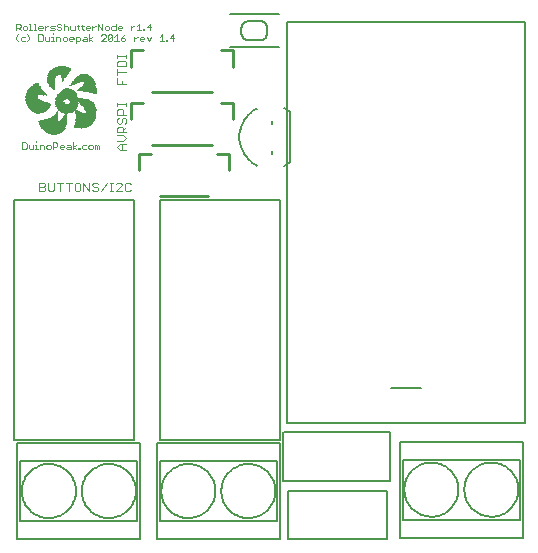
<source format=gto>
G75*
G70*
%OFA0B0*%
%FSLAX24Y24*%
%IPPOS*%
%LPD*%
%AMOC8*
5,1,8,0,0,1.08239X$1,22.5*
%
%ADD10C,0.0020*%
%ADD11C,0.0030*%
%ADD12C,0.0050*%
%ADD13C,0.0080*%
%ADD14C,0.0060*%
%ADD15C,0.0100*%
%ADD16R,0.0144X0.0008*%
%ADD17R,0.0168X0.0008*%
%ADD18R,0.0304X0.0008*%
%ADD19R,0.0336X0.0008*%
%ADD20R,0.0408X0.0008*%
%ADD21R,0.0424X0.0008*%
%ADD22R,0.0456X0.0008*%
%ADD23R,0.0472X0.0008*%
%ADD24R,0.0512X0.0008*%
%ADD25R,0.0536X0.0008*%
%ADD26R,0.0560X0.0008*%
%ADD27R,0.0576X0.0008*%
%ADD28R,0.0600X0.0008*%
%ADD29R,0.0616X0.0008*%
%ADD30R,0.0640X0.0008*%
%ADD31R,0.0648X0.0008*%
%ADD32R,0.0656X0.0008*%
%ADD33R,0.0672X0.0008*%
%ADD34R,0.0688X0.0008*%
%ADD35R,0.0712X0.0008*%
%ADD36R,0.0720X0.0008*%
%ADD37R,0.0736X0.0008*%
%ADD38R,0.0736X0.0008*%
%ADD39R,0.0752X0.0008*%
%ADD40R,0.0760X0.0008*%
%ADD41R,0.0768X0.0008*%
%ADD42R,0.0776X0.0008*%
%ADD43R,0.0008X0.0008*%
%ADD44R,0.0792X0.0008*%
%ADD45R,0.0112X0.0008*%
%ADD46R,0.0800X0.0008*%
%ADD47R,0.0256X0.0008*%
%ADD48R,0.0816X0.0008*%
%ADD49R,0.0016X0.0008*%
%ADD50R,0.0328X0.0008*%
%ADD51R,0.0400X0.0008*%
%ADD52R,0.0824X0.0008*%
%ADD53R,0.0432X0.0008*%
%ADD54R,0.0832X0.0008*%
%ADD55R,0.0440X0.0008*%
%ADD56R,0.0840X0.0008*%
%ADD57R,0.0464X0.0008*%
%ADD58R,0.0840X0.0008*%
%ADD59R,0.0480X0.0008*%
%ADD60R,0.0856X0.0008*%
%ADD61R,0.0504X0.0008*%
%ADD62R,0.0856X0.0008*%
%ADD63R,0.0864X0.0008*%
%ADD64R,0.0528X0.0008*%
%ADD65R,0.0864X0.0008*%
%ADD66R,0.0528X0.0008*%
%ADD67R,0.0880X0.0008*%
%ADD68R,0.0544X0.0008*%
%ADD69R,0.0888X0.0008*%
%ADD70R,0.0552X0.0008*%
%ADD71R,0.0896X0.0008*%
%ADD72R,0.0560X0.0008*%
%ADD73R,0.0896X0.0008*%
%ADD74R,0.0904X0.0008*%
%ADD75R,0.0904X0.0008*%
%ADD76R,0.0568X0.0008*%
%ADD77R,0.0912X0.0008*%
%ADD78R,0.0576X0.0008*%
%ADD79R,0.0912X0.0008*%
%ADD80R,0.0584X0.0008*%
%ADD81R,0.0928X0.0008*%
%ADD82R,0.0592X0.0008*%
%ADD83R,0.0928X0.0008*%
%ADD84R,0.0600X0.0008*%
%ADD85R,0.0936X0.0008*%
%ADD86R,0.0944X0.0008*%
%ADD87R,0.0608X0.0008*%
%ADD88R,0.0944X0.0008*%
%ADD89R,0.0608X0.0008*%
%ADD90R,0.0616X0.0008*%
%ADD91R,0.0624X0.0008*%
%ADD92R,0.0688X0.0008*%
%ADD93R,0.0224X0.0008*%
%ADD94R,0.0608X0.0008*%
%ADD95R,0.0216X0.0008*%
%ADD96R,0.0624X0.0008*%
%ADD97R,0.0592X0.0008*%
%ADD98R,0.0200X0.0008*%
%ADD99R,0.0632X0.0008*%
%ADD100R,0.0192X0.0008*%
%ADD101R,0.0640X0.0008*%
%ADD102R,0.0448X0.0008*%
%ADD103R,0.0184X0.0008*%
%ADD104R,0.0176X0.0008*%
%ADD105R,0.0408X0.0008*%
%ADD106R,0.0176X0.0008*%
%ADD107R,0.0648X0.0008*%
%ADD108R,0.0384X0.0008*%
%ADD109R,0.0168X0.0008*%
%ADD110R,0.0648X0.0008*%
%ADD111R,0.0160X0.0008*%
%ADD112R,0.0656X0.0008*%
%ADD113R,0.0320X0.0008*%
%ADD114R,0.0152X0.0008*%
%ADD115R,0.0304X0.0008*%
%ADD116R,0.0272X0.0008*%
%ADD117R,0.0144X0.0008*%
%ADD118R,0.0648X0.0008*%
%ADD119R,0.0264X0.0008*%
%ADD120R,0.0136X0.0008*%
%ADD121R,0.0656X0.0008*%
%ADD122R,0.0128X0.0008*%
%ADD123R,0.0128X0.0008*%
%ADD124R,0.0208X0.0008*%
%ADD125R,0.0120X0.0008*%
%ADD126R,0.0664X0.0008*%
%ADD127R,0.0200X0.0008*%
%ADD128R,0.0120X0.0008*%
%ADD129R,0.0664X0.0008*%
%ADD130R,0.0112X0.0008*%
%ADD131R,0.0160X0.0008*%
%ADD132R,0.0104X0.0008*%
%ADD133R,0.0128X0.0008*%
%ADD134R,0.0096X0.0008*%
%ADD135R,0.0672X0.0008*%
%ADD136R,0.0088X0.0008*%
%ADD137R,0.0112X0.0008*%
%ADD138R,0.0080X0.0008*%
%ADD139R,0.0680X0.0008*%
%ADD140R,0.0080X0.0008*%
%ADD141R,0.0680X0.0008*%
%ADD142R,0.0096X0.0008*%
%ADD143R,0.0088X0.0008*%
%ADD144R,0.0072X0.0008*%
%ADD145R,0.0064X0.0008*%
%ADD146R,0.0072X0.0008*%
%ADD147R,0.0064X0.0008*%
%ADD148R,0.0056X0.0008*%
%ADD149R,0.0016X0.0008*%
%ADD150R,0.0048X0.0008*%
%ADD151R,0.0264X0.0008*%
%ADD152R,0.0384X0.0008*%
%ADD153R,0.0048X0.0008*%
%ADD154R,0.0040X0.0008*%
%ADD155R,0.0240X0.0008*%
%ADD156R,0.0360X0.0008*%
%ADD157R,0.0152X0.0008*%
%ADD158R,0.0032X0.0008*%
%ADD159R,0.0232X0.0008*%
%ADD160R,0.0352X0.0008*%
%ADD161R,0.0008X0.0008*%
%ADD162R,0.0024X0.0008*%
%ADD163R,0.0232X0.0008*%
%ADD164R,0.0352X0.0008*%
%ADD165R,0.0280X0.0008*%
%ADD166R,0.0024X0.0008*%
%ADD167R,0.0344X0.0008*%
%ADD168R,0.0312X0.0008*%
%ADD169R,0.0320X0.0008*%
%ADD170R,0.0176X0.0008*%
%ADD171R,0.0344X0.0008*%
%ADD172R,0.0336X0.0008*%
%ADD173R,0.0352X0.0008*%
%ADD174R,0.0360X0.0008*%
%ADD175R,0.0376X0.0008*%
%ADD176R,0.0416X0.0008*%
%ADD177R,0.0136X0.0008*%
%ADD178R,0.0416X0.0008*%
%ADD179R,0.0464X0.0008*%
%ADD180R,0.0472X0.0008*%
%ADD181R,0.0488X0.0008*%
%ADD182R,0.0504X0.0008*%
%ADD183R,0.0512X0.0008*%
%ADD184R,0.0520X0.0008*%
%ADD185R,0.0368X0.0008*%
%ADD186R,0.0624X0.0008*%
%ADD187R,0.0376X0.0008*%
%ADD188R,0.0592X0.0008*%
%ADD189R,0.0608X0.0008*%
%ADD190R,0.0616X0.0008*%
%ADD191R,0.0384X0.0008*%
%ADD192R,0.0632X0.0008*%
%ADD193R,0.0632X0.0008*%
%ADD194R,0.0392X0.0008*%
%ADD195R,0.0664X0.0008*%
%ADD196R,0.0392X0.0008*%
%ADD197R,0.0688X0.0008*%
%ADD198R,0.0704X0.0008*%
%ADD199R,0.0400X0.0008*%
%ADD200R,0.0728X0.0008*%
%ADD201R,0.0696X0.0008*%
%ADD202R,0.0712X0.0008*%
%ADD203R,0.0408X0.0008*%
%ADD204R,0.0744X0.0008*%
%ADD205R,0.0712X0.0008*%
%ADD206R,0.0416X0.0008*%
%ADD207R,0.0760X0.0008*%
%ADD208R,0.0728X0.0008*%
%ADD209R,0.0432X0.0008*%
%ADD210R,0.0776X0.0008*%
%ADD211R,0.0432X0.0008*%
%ADD212R,0.0784X0.0008*%
%ADD213R,0.0744X0.0008*%
%ADD214R,0.0432X0.0008*%
%ADD215R,0.0744X0.0008*%
%ADD216R,0.0440X0.0008*%
%ADD217R,0.0800X0.0008*%
%ADD218R,0.0816X0.0008*%
%ADD219R,0.0336X0.0008*%
%ADD220R,0.0784X0.0008*%
%ADD221R,0.0336X0.0008*%
%ADD222R,0.0312X0.0008*%
%ADD223R,0.0736X0.0008*%
%ADD224R,0.0296X0.0008*%
%ADD225R,0.0728X0.0008*%
%ADD226R,0.0288X0.0008*%
%ADD227R,0.0448X0.0008*%
%ADD228R,0.0280X0.0008*%
%ADD229R,0.0448X0.0008*%
%ADD230R,0.0288X0.0008*%
%ADD231R,0.0304X0.0008*%
%ADD232R,0.0288X0.0008*%
%ADD233R,0.0296X0.0008*%
%ADD234R,0.0712X0.0008*%
%ADD235R,0.0296X0.0008*%
%ADD236R,0.0696X0.0008*%
%ADD237R,0.0520X0.0008*%
%ADD238R,0.0672X0.0008*%
%ADD239R,0.0512X0.0008*%
%ADD240R,0.0496X0.0008*%
%ADD241R,0.0464X0.0008*%
%ADD242R,0.0592X0.0008*%
%ADD243R,0.0368X0.0008*%
%ADD244R,0.0728X0.0008*%
%ADD245R,0.0720X0.0008*%
%ADD246R,0.0392X0.0008*%
%ADD247R,0.0704X0.0008*%
%ADD248R,0.0384X0.0008*%
%ADD249R,0.0032X0.0008*%
%ADD250R,0.0424X0.0008*%
%ADD251R,0.0024X0.0008*%
%ADD252R,0.0032X0.0008*%
%ADD253R,0.0584X0.0008*%
%ADD254R,0.0584X0.0008*%
%ADD255R,0.0528X0.0008*%
%ADD256R,0.0584X0.0008*%
%ADD257R,0.0248X0.0008*%
%ADD258R,0.0568X0.0008*%
%ADD259R,0.0488X0.0008*%
%ADD260R,0.0472X0.0008*%
%ADD261R,0.0544X0.0008*%
%ADD262R,0.0448X0.0008*%
%ADD263R,0.0552X0.0008*%
%ADD264R,0.0496X0.0008*%
%ADD265R,0.0352X0.0008*%
%ADD266R,0.0024X0.0008*%
%ADD267R,0.0256X0.0008*%
%ADD268R,0.0456X0.0008*%
%ADD269R,0.0216X0.0008*%
%ADD270R,0.0048X0.0008*%
%ADD271R,0.0392X0.0008*%
%ADD272R,0.0552X0.0008*%
%ADD273R,0.0536X0.0008*%
%ADD274R,0.0504X0.0008*%
%ADD275R,0.0488X0.0008*%
%ADD276R,0.0488X0.0008*%
%ADD277R,0.0168X0.0008*%
%ADD278R,0.0232X0.0008*%
%ADD279R,0.0040X0.0008*%
%ADD280R,0.0184X0.0008*%
%ADD281R,0.0408X0.0008*%
%ADD282R,0.0152X0.0008*%
%ADD283R,0.0136X0.0008*%
%ADD284R,0.0128X0.0008*%
%ADD285R,0.0376X0.0008*%
%ADD286R,0.0224X0.0008*%
%ADD287R,0.0168X0.0008*%
%ADD288R,0.0016X0.0008*%
%ADD289R,0.0176X0.0008*%
%ADD290R,0.0248X0.0008*%
%ADD291R,0.0240X0.0008*%
%ADD292R,0.0248X0.0008*%
%ADD293R,0.0256X0.0008*%
%ADD294R,0.0312X0.0008*%
%ADD295R,0.0368X0.0008*%
%ADD296R,0.0008X0.0008*%
%ADD297R,0.0696X0.0008*%
%ADD298R,0.0264X0.0008*%
%ADD299R,0.0016X0.0008*%
%ADD300R,0.0696X0.0008*%
%ADD301R,0.0272X0.0008*%
%ADD302R,0.0272X0.0008*%
%ADD303R,0.0056X0.0008*%
%ADD304R,0.0288X0.0008*%
%ADD305R,0.0112X0.0008*%
%ADD306R,0.0472X0.0008*%
%ADD307R,0.0464X0.0008*%
%ADD308R,0.0152X0.0008*%
%ADD309R,0.0208X0.0008*%
%ADD310R,0.0304X0.0008*%
%ADD311R,0.0248X0.0008*%
%ADD312R,0.0192X0.0008*%
%ADD313R,0.0632X0.0008*%
%ADD314R,0.0048X0.0008*%
D10*
X004970Y013276D02*
X005080Y013276D01*
X005116Y013312D01*
X005116Y013459D01*
X005080Y013496D01*
X004970Y013496D01*
X004970Y013276D01*
X005191Y013312D02*
X005227Y013276D01*
X005337Y013276D01*
X005337Y013422D01*
X005411Y013422D02*
X005448Y013422D01*
X005448Y013276D01*
X005411Y013276D02*
X005485Y013276D01*
X005559Y013276D02*
X005559Y013422D01*
X005669Y013422D01*
X005706Y013386D01*
X005706Y013276D01*
X005780Y013312D02*
X005817Y013276D01*
X005890Y013276D01*
X005927Y013312D01*
X005927Y013386D01*
X005890Y013422D01*
X005817Y013422D01*
X005780Y013386D01*
X005780Y013312D01*
X006001Y013276D02*
X006001Y013496D01*
X006111Y013496D01*
X006148Y013459D01*
X006148Y013386D01*
X006111Y013349D01*
X006001Y013349D01*
X006222Y013349D02*
X006369Y013349D01*
X006369Y013386D01*
X006332Y013422D01*
X006258Y013422D01*
X006222Y013386D01*
X006222Y013312D01*
X006258Y013276D01*
X006332Y013276D01*
X006443Y013312D02*
X006479Y013349D01*
X006590Y013349D01*
X006590Y013386D02*
X006590Y013276D01*
X006479Y013276D01*
X006443Y013312D01*
X006479Y013422D02*
X006553Y013422D01*
X006590Y013386D01*
X006664Y013349D02*
X006774Y013276D01*
X006848Y013276D02*
X006885Y013276D01*
X006885Y013312D01*
X006848Y013312D01*
X006848Y013276D01*
X006958Y013312D02*
X006995Y013276D01*
X007105Y013276D01*
X007179Y013312D02*
X007216Y013276D01*
X007289Y013276D01*
X007326Y013312D01*
X007326Y013386D01*
X007289Y013422D01*
X007216Y013422D01*
X007179Y013386D01*
X007179Y013312D01*
X007105Y013422D02*
X006995Y013422D01*
X006958Y013386D01*
X006958Y013312D01*
X006774Y013422D02*
X006664Y013349D01*
X006664Y013276D02*
X006664Y013496D01*
X007400Y013422D02*
X007400Y013276D01*
X007474Y013276D02*
X007474Y013386D01*
X007510Y013422D01*
X007547Y013386D01*
X007547Y013276D01*
X007474Y013386D02*
X007437Y013422D01*
X007400Y013422D01*
X005448Y013496D02*
X005448Y013532D01*
X005191Y013422D02*
X005191Y013312D01*
X006758Y016802D02*
X006758Y017022D01*
X006868Y017022D01*
X006905Y016986D01*
X006905Y016912D01*
X006868Y016876D01*
X006758Y016876D01*
X006684Y016949D02*
X006537Y016949D01*
X006537Y016986D02*
X006574Y017022D01*
X006648Y017022D01*
X006684Y016986D01*
X006684Y016949D01*
X006648Y016876D02*
X006574Y016876D01*
X006537Y016912D01*
X006537Y016986D01*
X006463Y016986D02*
X006427Y017022D01*
X006353Y017022D01*
X006316Y016986D01*
X006316Y016912D01*
X006353Y016876D01*
X006427Y016876D01*
X006463Y016912D01*
X006463Y016986D01*
X006242Y016986D02*
X006242Y016876D01*
X006242Y016986D02*
X006206Y017022D01*
X006095Y017022D01*
X006095Y016876D01*
X006022Y016876D02*
X005948Y016876D01*
X005985Y016876D02*
X005985Y017022D01*
X005948Y017022D01*
X005874Y017022D02*
X005874Y016876D01*
X005764Y016876D01*
X005727Y016912D01*
X005727Y017022D01*
X005653Y017059D02*
X005653Y016912D01*
X005616Y016876D01*
X005506Y016876D01*
X005506Y017096D01*
X005616Y017096D01*
X005653Y017059D01*
X005616Y017236D02*
X005543Y017236D01*
X005506Y017272D01*
X005506Y017346D01*
X005543Y017382D01*
X005616Y017382D01*
X005653Y017346D01*
X005653Y017309D01*
X005506Y017309D01*
X005432Y017236D02*
X005359Y017236D01*
X005396Y017236D02*
X005396Y017456D01*
X005359Y017456D01*
X005248Y017456D02*
X005248Y017236D01*
X005211Y017236D02*
X005285Y017236D01*
X005137Y017272D02*
X005137Y017346D01*
X005101Y017382D01*
X005027Y017382D01*
X004991Y017346D01*
X004991Y017272D01*
X005027Y017236D01*
X005101Y017236D01*
X005137Y017272D01*
X005138Y017096D02*
X005211Y017022D01*
X005211Y016949D01*
X005138Y016876D01*
X005064Y016876D02*
X004954Y016876D01*
X004917Y016912D01*
X004917Y016986D01*
X004954Y017022D01*
X005064Y017022D01*
X004843Y017096D02*
X004770Y017022D01*
X004770Y016949D01*
X004843Y016876D01*
X004916Y017236D02*
X004843Y017309D01*
X004880Y017309D02*
X004770Y017309D01*
X004770Y017236D02*
X004770Y017456D01*
X004880Y017456D01*
X004916Y017419D01*
X004916Y017346D01*
X004880Y017309D01*
X005211Y017456D02*
X005248Y017456D01*
X005727Y017382D02*
X005727Y017236D01*
X005727Y017309D02*
X005801Y017382D01*
X005837Y017382D01*
X005911Y017346D02*
X005948Y017382D01*
X006058Y017382D01*
X006132Y017382D02*
X006169Y017346D01*
X006242Y017346D01*
X006279Y017309D01*
X006279Y017272D01*
X006242Y017236D01*
X006169Y017236D01*
X006132Y017272D01*
X006058Y017272D02*
X006021Y017309D01*
X005948Y017309D01*
X005911Y017346D01*
X005911Y017236D02*
X006021Y017236D01*
X006058Y017272D01*
X006132Y017382D02*
X006132Y017419D01*
X006169Y017456D01*
X006242Y017456D01*
X006279Y017419D01*
X006353Y017456D02*
X006353Y017236D01*
X006353Y017346D02*
X006390Y017382D01*
X006463Y017382D01*
X006500Y017346D01*
X006500Y017236D01*
X006574Y017272D02*
X006611Y017236D01*
X006721Y017236D01*
X006721Y017382D01*
X006795Y017382D02*
X006869Y017382D01*
X006832Y017419D02*
X006832Y017272D01*
X006869Y017236D01*
X006979Y017272D02*
X007016Y017236D01*
X006979Y017272D02*
X006979Y017419D01*
X006943Y017382D02*
X007016Y017382D01*
X007090Y017346D02*
X007127Y017382D01*
X007200Y017382D01*
X007237Y017346D01*
X007237Y017309D01*
X007090Y017309D01*
X007090Y017272D02*
X007090Y017346D01*
X007090Y017272D02*
X007127Y017236D01*
X007200Y017236D01*
X007311Y017236D02*
X007311Y017382D01*
X007311Y017309D02*
X007384Y017382D01*
X007421Y017382D01*
X007495Y017456D02*
X007642Y017236D01*
X007642Y017456D01*
X007716Y017346D02*
X007716Y017272D01*
X007753Y017236D01*
X007826Y017236D01*
X007863Y017272D01*
X007863Y017346D01*
X007826Y017382D01*
X007753Y017382D01*
X007716Y017346D01*
X007937Y017346D02*
X007974Y017382D01*
X008084Y017382D01*
X008084Y017456D02*
X008084Y017236D01*
X007974Y017236D01*
X007937Y017272D01*
X007937Y017346D01*
X008158Y017346D02*
X008195Y017382D01*
X008268Y017382D01*
X008305Y017346D01*
X008305Y017309D01*
X008158Y017309D01*
X008158Y017272D02*
X008158Y017346D01*
X008158Y017272D02*
X008195Y017236D01*
X008268Y017236D01*
X008342Y017059D02*
X008268Y016986D01*
X008379Y016986D01*
X008415Y016949D01*
X008415Y016912D01*
X008379Y016876D01*
X008305Y016876D01*
X008268Y016912D01*
X008268Y016986D01*
X008342Y017059D02*
X008415Y017096D01*
X008600Y017236D02*
X008600Y017382D01*
X008600Y017309D02*
X008673Y017382D01*
X008710Y017382D01*
X008784Y017382D02*
X008858Y017456D01*
X008858Y017236D01*
X008931Y017236D02*
X008784Y017236D01*
X008784Y017022D02*
X008821Y017022D01*
X008784Y017022D02*
X008710Y016949D01*
X008710Y016876D02*
X008710Y017022D01*
X008895Y016986D02*
X008931Y017022D01*
X009005Y017022D01*
X009041Y016986D01*
X009041Y016949D01*
X008895Y016949D01*
X008895Y016912D02*
X008895Y016986D01*
X008895Y016912D02*
X008931Y016876D01*
X009005Y016876D01*
X009116Y017022D02*
X009189Y016876D01*
X009262Y017022D01*
X009226Y017236D02*
X009226Y017456D01*
X009116Y017346D01*
X009262Y017346D01*
X009042Y017272D02*
X009042Y017236D01*
X009005Y017236D01*
X009005Y017272D01*
X009042Y017272D01*
X009558Y017022D02*
X009631Y017096D01*
X009631Y016876D01*
X009558Y016876D02*
X009704Y016876D01*
X009779Y016876D02*
X009815Y016876D01*
X009815Y016912D01*
X009779Y016912D01*
X009779Y016876D01*
X009889Y016986D02*
X009999Y017096D01*
X009999Y016876D01*
X010036Y016986D02*
X009889Y016986D01*
X008194Y016876D02*
X008048Y016876D01*
X008121Y016876D02*
X008121Y017096D01*
X008048Y017022D01*
X007973Y017059D02*
X007973Y016912D01*
X007937Y016876D01*
X007863Y016876D01*
X007827Y016912D01*
X007973Y017059D01*
X007937Y017096D01*
X007863Y017096D01*
X007827Y017059D01*
X007827Y016912D01*
X007752Y016876D02*
X007606Y016876D01*
X007752Y017022D01*
X007752Y017059D01*
X007716Y017096D01*
X007642Y017096D01*
X007606Y017059D01*
X007495Y017236D02*
X007495Y017456D01*
X007200Y017096D02*
X007200Y016876D01*
X007200Y016949D02*
X007310Y017022D01*
X007200Y016949D02*
X007310Y016876D01*
X007126Y016876D02*
X007016Y016876D01*
X006979Y016912D01*
X007016Y016949D01*
X007126Y016949D01*
X007126Y016986D02*
X007126Y016876D01*
X007126Y016986D02*
X007089Y017022D01*
X007016Y017022D01*
X006574Y017272D02*
X006574Y017382D01*
X005985Y017132D02*
X005985Y017096D01*
D11*
X008144Y016421D02*
X008144Y016325D01*
X008144Y016373D02*
X008435Y016373D01*
X008435Y016325D02*
X008435Y016421D01*
X008386Y016223D02*
X008193Y016223D01*
X008144Y016175D01*
X008144Y016030D01*
X008435Y016030D01*
X008435Y016175D01*
X008386Y016223D01*
X008144Y015929D02*
X008144Y015735D01*
X008144Y015832D02*
X008435Y015832D01*
X008144Y015634D02*
X008144Y015441D01*
X008435Y015441D01*
X008289Y015441D02*
X008289Y015537D01*
X008144Y014811D02*
X008144Y014714D01*
X008144Y014762D02*
X008435Y014762D01*
X008435Y014714D02*
X008435Y014811D01*
X008289Y014613D02*
X008338Y014564D01*
X008338Y014419D01*
X008435Y014419D02*
X008144Y014419D01*
X008144Y014564D01*
X008193Y014613D01*
X008289Y014613D01*
X008338Y014318D02*
X008386Y014318D01*
X008435Y014270D01*
X008435Y014173D01*
X008386Y014125D01*
X008289Y014173D02*
X008289Y014270D01*
X008338Y014318D01*
X008193Y014318D02*
X008144Y014270D01*
X008144Y014173D01*
X008193Y014125D01*
X008241Y014125D01*
X008289Y014173D01*
X008289Y014023D02*
X008338Y013975D01*
X008338Y013830D01*
X008435Y013830D02*
X008144Y013830D01*
X008144Y013975D01*
X008193Y014023D01*
X008289Y014023D01*
X008338Y013927D02*
X008435Y014023D01*
X008338Y013729D02*
X008144Y013729D01*
X008144Y013535D02*
X008338Y013535D01*
X008435Y013632D01*
X008338Y013729D01*
X008289Y013434D02*
X008289Y013241D01*
X008241Y013241D02*
X008144Y013337D01*
X008241Y013434D01*
X008435Y013434D01*
X008435Y013241D02*
X008241Y013241D01*
X008240Y012161D02*
X008144Y012161D01*
X008095Y012112D01*
X007996Y012161D02*
X007899Y012161D01*
X007947Y012161D02*
X007947Y011871D01*
X007899Y011871D02*
X007996Y011871D01*
X008095Y011871D02*
X008289Y012064D01*
X008289Y012112D01*
X008240Y012161D01*
X008390Y012112D02*
X008390Y011919D01*
X008438Y011871D01*
X008535Y011871D01*
X008583Y011919D01*
X008583Y012112D02*
X008535Y012161D01*
X008438Y012161D01*
X008390Y012112D01*
X008289Y011871D02*
X008095Y011871D01*
X007798Y012161D02*
X007604Y011871D01*
X007503Y011919D02*
X007455Y011871D01*
X007358Y011871D01*
X007309Y011919D01*
X007358Y012016D02*
X007455Y012016D01*
X007503Y011967D01*
X007503Y011919D01*
X007358Y012016D02*
X007309Y012064D01*
X007309Y012112D01*
X007358Y012161D01*
X007455Y012161D01*
X007503Y012112D01*
X007208Y012161D02*
X007208Y011871D01*
X007015Y012161D01*
X007015Y011871D01*
X006914Y011919D02*
X006914Y012112D01*
X006865Y012161D01*
X006769Y012161D01*
X006720Y012112D01*
X006720Y011919D01*
X006769Y011871D01*
X006865Y011871D01*
X006914Y011919D01*
X006619Y012161D02*
X006426Y012161D01*
X006522Y012161D02*
X006522Y011871D01*
X006228Y011871D02*
X006228Y012161D01*
X006324Y012161D02*
X006131Y012161D01*
X006030Y012161D02*
X006030Y011919D01*
X005981Y011871D01*
X005885Y011871D01*
X005836Y011919D01*
X005836Y012161D01*
X005735Y012112D02*
X005735Y012064D01*
X005687Y012016D01*
X005542Y012016D01*
X005687Y012016D02*
X005735Y011967D01*
X005735Y011919D01*
X005687Y011871D01*
X005542Y011871D01*
X005542Y012161D01*
X005687Y012161D01*
X005735Y012112D01*
D12*
X004810Y003476D02*
X004810Y000276D01*
X008910Y000276D01*
X008910Y003476D01*
X004810Y003476D01*
X004910Y002876D02*
X008810Y002876D01*
X008810Y000876D01*
X004910Y000876D01*
X004910Y002876D01*
X004959Y001876D02*
X004961Y001936D01*
X004967Y001995D01*
X004977Y002054D01*
X004990Y002112D01*
X005008Y002169D01*
X005029Y002224D01*
X005054Y002278D01*
X005082Y002331D01*
X005114Y002381D01*
X005149Y002429D01*
X005187Y002475D01*
X005228Y002518D01*
X005272Y002559D01*
X005318Y002596D01*
X005367Y002630D01*
X005418Y002661D01*
X005471Y002689D01*
X005526Y002713D01*
X005582Y002733D01*
X005639Y002749D01*
X005697Y002762D01*
X005756Y002771D01*
X005815Y002776D01*
X005875Y002777D01*
X005934Y002774D01*
X005994Y002767D01*
X006052Y002756D01*
X006110Y002742D01*
X006167Y002723D01*
X006222Y002701D01*
X006276Y002675D01*
X006328Y002646D01*
X006377Y002614D01*
X006425Y002578D01*
X006470Y002539D01*
X006513Y002497D01*
X006552Y002453D01*
X006589Y002406D01*
X006622Y002356D01*
X006652Y002305D01*
X006679Y002252D01*
X006702Y002197D01*
X006721Y002140D01*
X006737Y002083D01*
X006749Y002024D01*
X006757Y001965D01*
X006761Y001906D01*
X006761Y001846D01*
X006757Y001787D01*
X006749Y001728D01*
X006737Y001669D01*
X006721Y001612D01*
X006702Y001555D01*
X006679Y001500D01*
X006652Y001447D01*
X006622Y001396D01*
X006589Y001346D01*
X006552Y001299D01*
X006513Y001255D01*
X006470Y001213D01*
X006425Y001174D01*
X006377Y001138D01*
X006328Y001106D01*
X006276Y001077D01*
X006222Y001051D01*
X006167Y001029D01*
X006110Y001010D01*
X006052Y000996D01*
X005994Y000985D01*
X005934Y000978D01*
X005875Y000975D01*
X005815Y000976D01*
X005756Y000981D01*
X005697Y000990D01*
X005639Y001003D01*
X005582Y001019D01*
X005526Y001039D01*
X005471Y001063D01*
X005418Y001091D01*
X005367Y001122D01*
X005318Y001156D01*
X005272Y001193D01*
X005228Y001234D01*
X005187Y001277D01*
X005149Y001323D01*
X005114Y001371D01*
X005082Y001421D01*
X005054Y001474D01*
X005029Y001528D01*
X005008Y001583D01*
X004990Y001640D01*
X004977Y001698D01*
X004967Y001757D01*
X004961Y001816D01*
X004959Y001876D01*
X006959Y001876D02*
X006961Y001936D01*
X006967Y001995D01*
X006977Y002054D01*
X006990Y002112D01*
X007008Y002169D01*
X007029Y002224D01*
X007054Y002278D01*
X007082Y002331D01*
X007114Y002381D01*
X007149Y002429D01*
X007187Y002475D01*
X007228Y002518D01*
X007272Y002559D01*
X007318Y002596D01*
X007367Y002630D01*
X007418Y002661D01*
X007471Y002689D01*
X007526Y002713D01*
X007582Y002733D01*
X007639Y002749D01*
X007697Y002762D01*
X007756Y002771D01*
X007815Y002776D01*
X007875Y002777D01*
X007934Y002774D01*
X007994Y002767D01*
X008052Y002756D01*
X008110Y002742D01*
X008167Y002723D01*
X008222Y002701D01*
X008276Y002675D01*
X008328Y002646D01*
X008377Y002614D01*
X008425Y002578D01*
X008470Y002539D01*
X008513Y002497D01*
X008552Y002453D01*
X008589Y002406D01*
X008622Y002356D01*
X008652Y002305D01*
X008679Y002252D01*
X008702Y002197D01*
X008721Y002140D01*
X008737Y002083D01*
X008749Y002024D01*
X008757Y001965D01*
X008761Y001906D01*
X008761Y001846D01*
X008757Y001787D01*
X008749Y001728D01*
X008737Y001669D01*
X008721Y001612D01*
X008702Y001555D01*
X008679Y001500D01*
X008652Y001447D01*
X008622Y001396D01*
X008589Y001346D01*
X008552Y001299D01*
X008513Y001255D01*
X008470Y001213D01*
X008425Y001174D01*
X008377Y001138D01*
X008328Y001106D01*
X008276Y001077D01*
X008222Y001051D01*
X008167Y001029D01*
X008110Y001010D01*
X008052Y000996D01*
X007994Y000985D01*
X007934Y000978D01*
X007875Y000975D01*
X007815Y000976D01*
X007756Y000981D01*
X007697Y000990D01*
X007639Y001003D01*
X007582Y001019D01*
X007526Y001039D01*
X007471Y001063D01*
X007418Y001091D01*
X007367Y001122D01*
X007318Y001156D01*
X007272Y001193D01*
X007228Y001234D01*
X007187Y001277D01*
X007149Y001323D01*
X007114Y001371D01*
X007082Y001421D01*
X007054Y001474D01*
X007029Y001528D01*
X007008Y001583D01*
X006990Y001640D01*
X006977Y001698D01*
X006967Y001757D01*
X006961Y001816D01*
X006959Y001876D01*
X009560Y000876D02*
X009560Y002876D01*
X013460Y002876D01*
X013460Y000876D01*
X009560Y000876D01*
X009460Y000276D02*
X009460Y003476D01*
X013560Y003476D01*
X013560Y000276D01*
X009460Y000276D01*
X009609Y001876D02*
X009611Y001936D01*
X009617Y001995D01*
X009627Y002054D01*
X009640Y002112D01*
X009658Y002169D01*
X009679Y002224D01*
X009704Y002278D01*
X009732Y002331D01*
X009764Y002381D01*
X009799Y002429D01*
X009837Y002475D01*
X009878Y002518D01*
X009922Y002559D01*
X009968Y002596D01*
X010017Y002630D01*
X010068Y002661D01*
X010121Y002689D01*
X010176Y002713D01*
X010232Y002733D01*
X010289Y002749D01*
X010347Y002762D01*
X010406Y002771D01*
X010465Y002776D01*
X010525Y002777D01*
X010584Y002774D01*
X010644Y002767D01*
X010702Y002756D01*
X010760Y002742D01*
X010817Y002723D01*
X010872Y002701D01*
X010926Y002675D01*
X010978Y002646D01*
X011027Y002614D01*
X011075Y002578D01*
X011120Y002539D01*
X011163Y002497D01*
X011202Y002453D01*
X011239Y002406D01*
X011272Y002356D01*
X011302Y002305D01*
X011329Y002252D01*
X011352Y002197D01*
X011371Y002140D01*
X011387Y002083D01*
X011399Y002024D01*
X011407Y001965D01*
X011411Y001906D01*
X011411Y001846D01*
X011407Y001787D01*
X011399Y001728D01*
X011387Y001669D01*
X011371Y001612D01*
X011352Y001555D01*
X011329Y001500D01*
X011302Y001447D01*
X011272Y001396D01*
X011239Y001346D01*
X011202Y001299D01*
X011163Y001255D01*
X011120Y001213D01*
X011075Y001174D01*
X011027Y001138D01*
X010978Y001106D01*
X010926Y001077D01*
X010872Y001051D01*
X010817Y001029D01*
X010760Y001010D01*
X010702Y000996D01*
X010644Y000985D01*
X010584Y000978D01*
X010525Y000975D01*
X010465Y000976D01*
X010406Y000981D01*
X010347Y000990D01*
X010289Y001003D01*
X010232Y001019D01*
X010176Y001039D01*
X010121Y001063D01*
X010068Y001091D01*
X010017Y001122D01*
X009968Y001156D01*
X009922Y001193D01*
X009878Y001234D01*
X009837Y001277D01*
X009799Y001323D01*
X009764Y001371D01*
X009732Y001421D01*
X009704Y001474D01*
X009679Y001528D01*
X009658Y001583D01*
X009640Y001640D01*
X009627Y001698D01*
X009617Y001757D01*
X009611Y001816D01*
X009609Y001876D01*
X011609Y001876D02*
X011611Y001936D01*
X011617Y001995D01*
X011627Y002054D01*
X011640Y002112D01*
X011658Y002169D01*
X011679Y002224D01*
X011704Y002278D01*
X011732Y002331D01*
X011764Y002381D01*
X011799Y002429D01*
X011837Y002475D01*
X011878Y002518D01*
X011922Y002559D01*
X011968Y002596D01*
X012017Y002630D01*
X012068Y002661D01*
X012121Y002689D01*
X012176Y002713D01*
X012232Y002733D01*
X012289Y002749D01*
X012347Y002762D01*
X012406Y002771D01*
X012465Y002776D01*
X012525Y002777D01*
X012584Y002774D01*
X012644Y002767D01*
X012702Y002756D01*
X012760Y002742D01*
X012817Y002723D01*
X012872Y002701D01*
X012926Y002675D01*
X012978Y002646D01*
X013027Y002614D01*
X013075Y002578D01*
X013120Y002539D01*
X013163Y002497D01*
X013202Y002453D01*
X013239Y002406D01*
X013272Y002356D01*
X013302Y002305D01*
X013329Y002252D01*
X013352Y002197D01*
X013371Y002140D01*
X013387Y002083D01*
X013399Y002024D01*
X013407Y001965D01*
X013411Y001906D01*
X013411Y001846D01*
X013407Y001787D01*
X013399Y001728D01*
X013387Y001669D01*
X013371Y001612D01*
X013352Y001555D01*
X013329Y001500D01*
X013302Y001447D01*
X013272Y001396D01*
X013239Y001346D01*
X013202Y001299D01*
X013163Y001255D01*
X013120Y001213D01*
X013075Y001174D01*
X013027Y001138D01*
X012978Y001106D01*
X012926Y001077D01*
X012872Y001051D01*
X012817Y001029D01*
X012760Y001010D01*
X012702Y000996D01*
X012644Y000985D01*
X012584Y000978D01*
X012525Y000975D01*
X012465Y000976D01*
X012406Y000981D01*
X012347Y000990D01*
X012289Y001003D01*
X012232Y001019D01*
X012176Y001039D01*
X012121Y001063D01*
X012068Y001091D01*
X012017Y001122D01*
X011968Y001156D01*
X011922Y001193D01*
X011878Y001234D01*
X011837Y001277D01*
X011799Y001323D01*
X011764Y001371D01*
X011732Y001421D01*
X011704Y001474D01*
X011679Y001528D01*
X011658Y001583D01*
X011640Y001640D01*
X011627Y001698D01*
X011617Y001757D01*
X011611Y001816D01*
X011609Y001876D01*
X013680Y002216D02*
X013680Y003846D01*
X013688Y003852D02*
X017231Y003852D01*
X017240Y003836D02*
X017240Y002206D01*
X017231Y002199D02*
X013688Y002199D01*
X013834Y001863D02*
X017125Y001863D01*
X017130Y001866D02*
X017130Y000286D01*
X017125Y000288D02*
X013834Y000288D01*
X013830Y000286D02*
X013830Y001856D01*
X013783Y004133D02*
X013783Y017519D01*
X021736Y017519D01*
X021736Y004133D01*
X013783Y004133D01*
X017260Y005326D02*
X018260Y005326D01*
X017560Y003526D02*
X021660Y003526D01*
X021660Y000326D01*
X017560Y000326D01*
X017560Y003526D01*
X017660Y002926D02*
X021560Y002926D01*
X021560Y000926D01*
X017660Y000926D01*
X017660Y002926D01*
X017709Y001926D02*
X017711Y001986D01*
X017717Y002045D01*
X017727Y002104D01*
X017740Y002162D01*
X017758Y002219D01*
X017779Y002274D01*
X017804Y002328D01*
X017832Y002381D01*
X017864Y002431D01*
X017899Y002479D01*
X017937Y002525D01*
X017978Y002568D01*
X018022Y002609D01*
X018068Y002646D01*
X018117Y002680D01*
X018168Y002711D01*
X018221Y002739D01*
X018276Y002763D01*
X018332Y002783D01*
X018389Y002799D01*
X018447Y002812D01*
X018506Y002821D01*
X018565Y002826D01*
X018625Y002827D01*
X018684Y002824D01*
X018744Y002817D01*
X018802Y002806D01*
X018860Y002792D01*
X018917Y002773D01*
X018972Y002751D01*
X019026Y002725D01*
X019078Y002696D01*
X019127Y002664D01*
X019175Y002628D01*
X019220Y002589D01*
X019263Y002547D01*
X019302Y002503D01*
X019339Y002456D01*
X019372Y002406D01*
X019402Y002355D01*
X019429Y002302D01*
X019452Y002247D01*
X019471Y002190D01*
X019487Y002133D01*
X019499Y002074D01*
X019507Y002015D01*
X019511Y001956D01*
X019511Y001896D01*
X019507Y001837D01*
X019499Y001778D01*
X019487Y001719D01*
X019471Y001662D01*
X019452Y001605D01*
X019429Y001550D01*
X019402Y001497D01*
X019372Y001446D01*
X019339Y001396D01*
X019302Y001349D01*
X019263Y001305D01*
X019220Y001263D01*
X019175Y001224D01*
X019127Y001188D01*
X019078Y001156D01*
X019026Y001127D01*
X018972Y001101D01*
X018917Y001079D01*
X018860Y001060D01*
X018802Y001046D01*
X018744Y001035D01*
X018684Y001028D01*
X018625Y001025D01*
X018565Y001026D01*
X018506Y001031D01*
X018447Y001040D01*
X018389Y001053D01*
X018332Y001069D01*
X018276Y001089D01*
X018221Y001113D01*
X018168Y001141D01*
X018117Y001172D01*
X018068Y001206D01*
X018022Y001243D01*
X017978Y001284D01*
X017937Y001327D01*
X017899Y001373D01*
X017864Y001421D01*
X017832Y001471D01*
X017804Y001524D01*
X017779Y001578D01*
X017758Y001633D01*
X017740Y001690D01*
X017727Y001748D01*
X017717Y001807D01*
X017711Y001866D01*
X017709Y001926D01*
X019709Y001926D02*
X019711Y001986D01*
X019717Y002045D01*
X019727Y002104D01*
X019740Y002162D01*
X019758Y002219D01*
X019779Y002274D01*
X019804Y002328D01*
X019832Y002381D01*
X019864Y002431D01*
X019899Y002479D01*
X019937Y002525D01*
X019978Y002568D01*
X020022Y002609D01*
X020068Y002646D01*
X020117Y002680D01*
X020168Y002711D01*
X020221Y002739D01*
X020276Y002763D01*
X020332Y002783D01*
X020389Y002799D01*
X020447Y002812D01*
X020506Y002821D01*
X020565Y002826D01*
X020625Y002827D01*
X020684Y002824D01*
X020744Y002817D01*
X020802Y002806D01*
X020860Y002792D01*
X020917Y002773D01*
X020972Y002751D01*
X021026Y002725D01*
X021078Y002696D01*
X021127Y002664D01*
X021175Y002628D01*
X021220Y002589D01*
X021263Y002547D01*
X021302Y002503D01*
X021339Y002456D01*
X021372Y002406D01*
X021402Y002355D01*
X021429Y002302D01*
X021452Y002247D01*
X021471Y002190D01*
X021487Y002133D01*
X021499Y002074D01*
X021507Y002015D01*
X021511Y001956D01*
X021511Y001896D01*
X021507Y001837D01*
X021499Y001778D01*
X021487Y001719D01*
X021471Y001662D01*
X021452Y001605D01*
X021429Y001550D01*
X021402Y001497D01*
X021372Y001446D01*
X021339Y001396D01*
X021302Y001349D01*
X021263Y001305D01*
X021220Y001263D01*
X021175Y001224D01*
X021127Y001188D01*
X021078Y001156D01*
X021026Y001127D01*
X020972Y001101D01*
X020917Y001079D01*
X020860Y001060D01*
X020802Y001046D01*
X020744Y001035D01*
X020684Y001028D01*
X020625Y001025D01*
X020565Y001026D01*
X020506Y001031D01*
X020447Y001040D01*
X020389Y001053D01*
X020332Y001069D01*
X020276Y001089D01*
X020221Y001113D01*
X020168Y001141D01*
X020117Y001172D01*
X020068Y001206D01*
X020022Y001243D01*
X019978Y001284D01*
X019937Y001327D01*
X019899Y001373D01*
X019864Y001421D01*
X019832Y001471D01*
X019804Y001524D01*
X019779Y001578D01*
X019758Y001633D01*
X019740Y001690D01*
X019727Y001748D01*
X019717Y001807D01*
X019711Y001866D01*
X019709Y001926D01*
X013536Y016674D02*
X011883Y016674D01*
X012276Y017147D02*
X012276Y017304D01*
X012277Y017304D02*
X012279Y017332D01*
X012284Y017360D01*
X012292Y017388D01*
X012304Y017414D01*
X012319Y017438D01*
X012336Y017460D01*
X012357Y017481D01*
X012379Y017498D01*
X012403Y017513D01*
X012429Y017525D01*
X012457Y017533D01*
X012485Y017538D01*
X012513Y017540D01*
X012513Y017541D02*
X012906Y017541D01*
X012906Y017540D02*
X012934Y017538D01*
X012962Y017533D01*
X012990Y017525D01*
X013016Y017513D01*
X013040Y017498D01*
X013062Y017481D01*
X013083Y017460D01*
X013100Y017438D01*
X013115Y017414D01*
X013127Y017388D01*
X013135Y017360D01*
X013140Y017332D01*
X013142Y017304D01*
X013143Y017304D02*
X013143Y017147D01*
X013142Y017147D02*
X013140Y017119D01*
X013135Y017091D01*
X013127Y017063D01*
X013115Y017037D01*
X013100Y017013D01*
X013083Y016991D01*
X013062Y016970D01*
X013040Y016953D01*
X013016Y016938D01*
X012990Y016926D01*
X012962Y016918D01*
X012934Y016913D01*
X012906Y016911D01*
X012513Y016911D01*
X012485Y016913D01*
X012457Y016918D01*
X012429Y016926D01*
X012403Y016938D01*
X012379Y016953D01*
X012357Y016970D01*
X012336Y016991D01*
X012319Y017013D01*
X012304Y017037D01*
X012292Y017063D01*
X012284Y017091D01*
X012279Y017119D01*
X012277Y017147D01*
X011883Y017777D02*
X013536Y017777D01*
D13*
X013550Y011576D02*
X009550Y011576D01*
X009550Y003576D01*
X013550Y003576D01*
X013550Y011576D01*
X008700Y011576D02*
X008700Y003576D01*
X004700Y003576D01*
X004700Y011576D01*
X008700Y011576D01*
D14*
X013706Y012725D02*
X013760Y012752D01*
X013811Y012782D01*
X013861Y012815D01*
X013909Y012850D01*
X013910Y012851D02*
X013910Y014500D01*
X013310Y014228D02*
X013310Y014123D01*
X013697Y014630D02*
X013753Y014603D01*
X013807Y014572D01*
X013859Y014538D01*
X013909Y014501D01*
X012813Y014626D02*
X012756Y014597D01*
X012700Y014564D01*
X012647Y014529D01*
X012596Y014489D01*
X012548Y014447D01*
X012502Y014402D01*
X012459Y014355D01*
X012419Y014305D01*
X012382Y014252D01*
X012349Y014197D01*
X012318Y014141D01*
X012292Y014082D01*
X012269Y014022D01*
X012249Y013961D01*
X012234Y013899D01*
X012222Y013836D01*
X012214Y013772D01*
X012210Y013708D01*
X012210Y013644D01*
X012214Y013580D01*
X012222Y013516D01*
X012234Y013453D01*
X012249Y013391D01*
X012269Y013330D01*
X012292Y013270D01*
X012318Y013211D01*
X012349Y013155D01*
X012382Y013100D01*
X012419Y013047D01*
X012459Y012997D01*
X012502Y012950D01*
X012548Y012905D01*
X012596Y012863D01*
X012647Y012823D01*
X012700Y012788D01*
X012756Y012755D01*
X012813Y012726D01*
X013310Y013123D02*
X013310Y013228D01*
D15*
X011878Y013126D02*
X011878Y012576D01*
X011878Y013126D02*
X011478Y013126D01*
X011310Y013426D02*
X009310Y013426D01*
X009272Y013126D02*
X008872Y013126D01*
X008872Y012576D01*
X009572Y011726D02*
X011178Y011726D01*
X012010Y014276D02*
X012010Y014826D01*
X011610Y014826D01*
X011310Y015176D02*
X009310Y015176D01*
X009010Y014826D02*
X008610Y014826D01*
X008610Y014276D01*
X008610Y016026D02*
X008610Y016576D01*
X009010Y016576D01*
X011610Y016576D02*
X012010Y016576D01*
X012010Y016026D01*
D16*
X006384Y014270D03*
X006048Y013750D03*
D17*
X006044Y013758D03*
X007380Y015134D03*
X006356Y015694D03*
D18*
X006240Y014910D03*
X006040Y013766D03*
D19*
X006048Y013774D03*
X005984Y014254D03*
X005416Y015318D03*
X007208Y015478D03*
D20*
X007220Y014646D03*
X006044Y013782D03*
X005284Y014966D03*
X006300Y015982D03*
D21*
X005412Y015262D03*
X005316Y015062D03*
X005292Y014942D03*
X006044Y013790D03*
X007196Y014686D03*
X007084Y014830D03*
D22*
X006044Y013798D03*
X005412Y015238D03*
D23*
X006036Y013806D03*
D24*
X006032Y013814D03*
X005912Y014214D03*
X006968Y014038D03*
D25*
X006772Y014926D03*
X006036Y013822D03*
D26*
X006032Y013830D03*
X007008Y014086D03*
X007168Y015206D03*
X007160Y015270D03*
D27*
X007152Y015254D03*
X006032Y013838D03*
D28*
X006028Y013846D03*
X007036Y014142D03*
X007044Y014150D03*
X006484Y015086D03*
X007028Y015590D03*
D29*
X006484Y015078D03*
X006028Y013854D03*
D30*
X006024Y013862D03*
X006456Y014606D03*
X006480Y015046D03*
X006480Y015062D03*
X006168Y015766D03*
X006184Y015782D03*
X006192Y015790D03*
X006200Y015806D03*
X006208Y015822D03*
X006240Y015862D03*
X006248Y015870D03*
X006264Y015886D03*
X005432Y015102D03*
X005424Y014822D03*
X005536Y014606D03*
X007072Y014222D03*
D31*
X007068Y014230D03*
X006508Y014542D03*
X006492Y014550D03*
X006028Y013870D03*
X006212Y015830D03*
X006228Y015846D03*
D32*
X005536Y014614D03*
X006024Y013878D03*
X007088Y014294D03*
D33*
X007096Y014366D03*
X006456Y014630D03*
X006024Y013886D03*
X005536Y014622D03*
X005440Y014806D03*
X007024Y015542D03*
D34*
X006024Y013894D03*
D35*
X006020Y013902D03*
X005540Y014646D03*
D36*
X006016Y013910D03*
X006448Y014686D03*
X006920Y014846D03*
D37*
X006016Y013918D03*
D38*
X006016Y013926D03*
X005536Y014662D03*
X006456Y014702D03*
D39*
X006016Y013934D03*
X005536Y014678D03*
D40*
X005540Y014686D03*
X006012Y013942D03*
D41*
X006016Y013950D03*
X005504Y014766D03*
D42*
X006012Y013958D03*
D43*
X006972Y013958D03*
D44*
X006012Y013966D03*
D45*
X006400Y014326D03*
X006936Y013966D03*
X005736Y015062D03*
X006000Y015302D03*
X005456Y015430D03*
D46*
X005544Y014718D03*
X006008Y013974D03*
D47*
X006016Y014294D03*
X006928Y013974D03*
X005424Y015358D03*
X005944Y015518D03*
D48*
X005536Y014750D03*
X005544Y014742D03*
X006008Y013990D03*
X006008Y013982D03*
D49*
X006144Y014486D03*
X006152Y014502D03*
X006744Y013982D03*
X007112Y015166D03*
X006576Y015366D03*
X006328Y015542D03*
X006048Y015230D03*
D50*
X006252Y014926D03*
X006228Y014766D03*
X006492Y015222D03*
X006932Y013982D03*
D51*
X006920Y013990D03*
X007224Y014630D03*
X007040Y015686D03*
X005520Y014502D03*
X005296Y015046D03*
D52*
X006004Y013998D03*
D53*
X006920Y013998D03*
X005296Y014934D03*
X006296Y015974D03*
X007040Y015678D03*
D54*
X006008Y014006D03*
D55*
X005940Y014230D03*
X006452Y014510D03*
X006924Y014006D03*
X007164Y014742D03*
X007156Y014750D03*
X007148Y014766D03*
X007244Y015182D03*
D56*
X006004Y014014D03*
D57*
X006944Y014014D03*
X005312Y014918D03*
D58*
X006004Y014022D03*
D59*
X005520Y014526D03*
X006952Y014022D03*
X006304Y015966D03*
D60*
X006004Y014030D03*
D61*
X006964Y014030D03*
X006492Y015150D03*
X005412Y015206D03*
D62*
X006004Y014038D03*
D63*
X006000Y014046D03*
D64*
X006976Y014046D03*
X007176Y015302D03*
X005416Y015182D03*
X005360Y014870D03*
D65*
X006000Y014054D03*
D66*
X006984Y014054D03*
D67*
X006000Y014062D03*
D68*
X005528Y014550D03*
X005368Y014862D03*
X006488Y015126D03*
X007168Y015286D03*
X007024Y015622D03*
X006992Y014062D03*
D69*
X005996Y014070D03*
D70*
X006996Y014070D03*
X005420Y015166D03*
D71*
X005992Y014078D03*
D72*
X005528Y014558D03*
X005376Y014854D03*
X006488Y015118D03*
X006744Y014934D03*
X007024Y015614D03*
X007016Y014094D03*
X007000Y014078D03*
D73*
X005992Y014086D03*
D74*
X005988Y014094D03*
D75*
X005988Y014102D03*
D76*
X007020Y014102D03*
X007156Y015262D03*
X005420Y015150D03*
D77*
X005992Y014110D03*
D78*
X005528Y014566D03*
X006488Y015110D03*
X007024Y015606D03*
X007024Y014110D03*
D79*
X005992Y014118D03*
D80*
X007028Y014118D03*
D81*
X005992Y014126D03*
D82*
X005392Y014846D03*
X006312Y015942D03*
X007032Y014126D03*
D83*
X005992Y014134D03*
D84*
X007036Y014134D03*
D85*
X005988Y014142D03*
X005988Y014150D03*
D86*
X005984Y014158D03*
X005984Y014174D03*
D87*
X007048Y014158D03*
D88*
X005984Y014166D03*
X005984Y014182D03*
D89*
X007056Y014166D03*
X007136Y015230D03*
X007024Y015582D03*
X005424Y015126D03*
D90*
X007060Y014174D03*
D91*
X007064Y014182D03*
X007064Y014190D03*
X006464Y014590D03*
X007128Y015222D03*
X006296Y015926D03*
X005528Y014590D03*
D92*
X005848Y014190D03*
X006472Y015006D03*
D93*
X006744Y015470D03*
X006352Y015726D03*
X005952Y015430D03*
X005432Y015382D03*
X006032Y014302D03*
X006344Y014190D03*
D94*
X005880Y014198D03*
X005400Y014838D03*
D95*
X005956Y015414D03*
X006348Y014198D03*
D96*
X006472Y014574D03*
X007064Y014198D03*
X005432Y015118D03*
X006288Y015918D03*
X006304Y015934D03*
D97*
X005880Y014206D03*
D98*
X006356Y014206D03*
X006852Y014462D03*
X005436Y015390D03*
X006356Y015710D03*
D99*
X005428Y015110D03*
X007068Y014206D03*
D100*
X006360Y014214D03*
X006480Y015254D03*
D101*
X006480Y015054D03*
X006488Y014558D03*
X007072Y014214D03*
X005432Y015094D03*
X006168Y015758D03*
X006176Y015774D03*
X006200Y015798D03*
X006256Y015878D03*
D102*
X007040Y015670D03*
X007240Y015190D03*
X007136Y014782D03*
X005936Y014222D03*
X005304Y014926D03*
D103*
X005508Y014462D03*
X006052Y014326D03*
X006364Y014222D03*
X006844Y014470D03*
X005964Y015390D03*
X006356Y015702D03*
D104*
X005968Y015382D03*
X006368Y014230D03*
X007376Y015142D03*
D105*
X007220Y014654D03*
X005956Y014238D03*
X005284Y014958D03*
D106*
X005968Y015374D03*
X006056Y014334D03*
X006368Y014238D03*
D107*
X007068Y014238D03*
X006868Y014894D03*
D108*
X007240Y014606D03*
X005960Y014246D03*
X005280Y015006D03*
D109*
X005972Y015366D03*
X006372Y014246D03*
D110*
X007076Y014246D03*
X007084Y014262D03*
X007084Y014270D03*
X006860Y014902D03*
X007020Y015566D03*
X005436Y015086D03*
D111*
X006376Y014254D03*
D112*
X007080Y014254D03*
X006480Y015038D03*
D113*
X007304Y015166D03*
X007040Y015710D03*
X006000Y015742D03*
X005416Y015326D03*
X005984Y014262D03*
D114*
X006380Y014262D03*
X005980Y015342D03*
X006356Y015686D03*
X007044Y015750D03*
D115*
X005976Y015710D03*
X006232Y014902D03*
X006216Y014822D03*
X006216Y014806D03*
X005992Y014270D03*
D116*
X006008Y014278D03*
D117*
X006384Y014278D03*
X006824Y014494D03*
X005984Y015334D03*
D118*
X006204Y015814D03*
X006220Y015838D03*
X006236Y015854D03*
X007020Y015558D03*
X006460Y014614D03*
X007084Y014278D03*
D119*
X006452Y014470D03*
X006012Y014286D03*
X007044Y015726D03*
D120*
X006356Y015670D03*
X006356Y015662D03*
X005988Y015326D03*
X006076Y014350D03*
X006388Y014286D03*
D121*
X007088Y014286D03*
X007088Y014302D03*
X007024Y015550D03*
D122*
X005992Y015318D03*
X006392Y014294D03*
D123*
X006392Y014302D03*
X006672Y015430D03*
D124*
X005960Y015406D03*
X006040Y014310D03*
D125*
X006084Y014366D03*
X006396Y014310D03*
X006812Y014510D03*
X007388Y015126D03*
X006660Y015422D03*
X005996Y015310D03*
D126*
X006476Y015030D03*
X006476Y015022D03*
X006876Y014886D03*
X007092Y014350D03*
X007092Y014342D03*
X007092Y014326D03*
X007092Y014310D03*
D127*
X006044Y014318D03*
X005964Y015398D03*
D128*
X006284Y016014D03*
X006428Y014454D03*
X006396Y014318D03*
D129*
X007092Y014318D03*
X007092Y014334D03*
X005436Y014814D03*
X005444Y015078D03*
D130*
X006400Y014334D03*
D131*
X006832Y014486D03*
X006064Y014342D03*
X005976Y015350D03*
D132*
X006348Y015630D03*
X006476Y015262D03*
X006796Y014526D03*
X006404Y014350D03*
X006404Y014342D03*
X006092Y014382D03*
D133*
X006080Y014358D03*
D134*
X006408Y014358D03*
X006792Y014534D03*
X007392Y015118D03*
X006648Y015414D03*
X006008Y015294D03*
D135*
X007096Y014358D03*
D136*
X006412Y014366D03*
D137*
X006808Y014518D03*
X006088Y014374D03*
X006352Y015638D03*
X006352Y015654D03*
D138*
X006344Y015614D03*
X006416Y014374D03*
D139*
X006452Y014638D03*
X006476Y015014D03*
X007020Y015534D03*
X007100Y014414D03*
X007100Y014398D03*
X007100Y014374D03*
D140*
X006424Y014446D03*
X006416Y014390D03*
X006416Y014382D03*
X006016Y015286D03*
X006344Y015606D03*
X006632Y015406D03*
D141*
X005444Y015070D03*
X007100Y014430D03*
X007100Y014422D03*
X007100Y014406D03*
X007100Y014390D03*
X007100Y014382D03*
D142*
X006096Y014390D03*
X006344Y015622D03*
D143*
X005460Y015438D03*
X006100Y014398D03*
D144*
X006420Y014398D03*
X006020Y015278D03*
X006340Y015598D03*
D145*
X006336Y015582D03*
X006024Y015270D03*
X006112Y014406D03*
X006424Y014422D03*
X006424Y014430D03*
D146*
X006420Y014406D03*
X006340Y015590D03*
D147*
X006624Y015398D03*
X006424Y014438D03*
X006424Y014414D03*
X006112Y014414D03*
D148*
X006116Y014422D03*
X006116Y014430D03*
X006028Y015262D03*
X005476Y015446D03*
X006604Y015382D03*
X006612Y015390D03*
D149*
X006152Y014494D03*
X006144Y014478D03*
X005496Y014438D03*
D150*
X006120Y014438D03*
D151*
X006892Y014438D03*
D152*
X007248Y014438D03*
X007232Y014614D03*
X007216Y015414D03*
X005288Y015038D03*
D153*
X005496Y014446D03*
D154*
X006124Y014446D03*
X006036Y015246D03*
X006332Y015566D03*
X007420Y015110D03*
D155*
X006872Y014446D03*
X005944Y015462D03*
X005944Y015470D03*
D156*
X005412Y015302D03*
X007036Y015702D03*
X007220Y015446D03*
X007260Y014550D03*
X007260Y014542D03*
X007260Y014446D03*
D157*
X005508Y014454D03*
D158*
X006128Y014454D03*
D159*
X006860Y014454D03*
D160*
X007264Y014454D03*
X007264Y014518D03*
X007216Y015454D03*
X007200Y015494D03*
D161*
X006244Y016022D03*
X005396Y014462D03*
D162*
X006132Y014462D03*
X006332Y015550D03*
D163*
X005948Y015446D03*
X005428Y015366D03*
X006452Y014462D03*
D164*
X007264Y014462D03*
X007264Y014526D03*
X007216Y015462D03*
X005416Y015310D03*
D165*
X005420Y015350D03*
X005940Y015582D03*
X005940Y015590D03*
X006700Y014822D03*
X006692Y014790D03*
X005516Y014470D03*
D166*
X006140Y014470D03*
D167*
X007268Y014470D03*
X007268Y014486D03*
X007268Y014502D03*
X007268Y014510D03*
X007212Y015470D03*
X007204Y015486D03*
X006284Y015990D03*
D168*
X005420Y015334D03*
X006244Y014918D03*
X006220Y014798D03*
X005516Y014478D03*
D169*
X006224Y014774D03*
X006448Y014478D03*
X006672Y014758D03*
X005992Y015734D03*
D170*
X006840Y014478D03*
D171*
X007268Y014478D03*
X007268Y014494D03*
D172*
X005520Y014486D03*
D173*
X006248Y014750D03*
X006448Y014486D03*
D174*
X007260Y014534D03*
X005524Y014494D03*
D175*
X005412Y015294D03*
X006452Y014494D03*
X007252Y014574D03*
X007036Y015694D03*
D176*
X007208Y015390D03*
X007208Y015382D03*
X006488Y015190D03*
X007208Y014670D03*
X006448Y014502D03*
X005288Y014950D03*
D177*
X006820Y014502D03*
D178*
X005520Y014510D03*
D179*
X005520Y014518D03*
D180*
X006452Y014518D03*
X007188Y015334D03*
D181*
X006452Y014526D03*
D182*
X005524Y014534D03*
X007028Y015638D03*
D183*
X006304Y015958D03*
X005336Y014894D03*
X006456Y014534D03*
D184*
X006492Y015142D03*
X007028Y015630D03*
X005412Y015190D03*
X005524Y014542D03*
D185*
X007256Y014558D03*
X007280Y015174D03*
X007216Y015438D03*
D186*
X006480Y015070D03*
X006480Y014566D03*
D187*
X006492Y015206D03*
X007252Y014566D03*
X005284Y015022D03*
X005284Y015030D03*
D188*
X005528Y014574D03*
X006488Y015094D03*
D189*
X006832Y014910D03*
X005528Y014582D03*
D190*
X005412Y014830D03*
X006468Y014582D03*
D191*
X007248Y014582D03*
X007248Y014590D03*
X007216Y015422D03*
X005408Y015286D03*
D192*
X005532Y014598D03*
X006268Y015894D03*
D193*
X007020Y015574D03*
X007124Y015214D03*
X006460Y014598D03*
D194*
X007244Y014598D03*
X005276Y014998D03*
D195*
X006460Y014622D03*
D196*
X007228Y014622D03*
X007212Y015406D03*
D197*
X006896Y014870D03*
X006456Y014646D03*
X005536Y014630D03*
D198*
X005536Y014638D03*
X005456Y014798D03*
D199*
X005280Y014974D03*
X006488Y015198D03*
X007224Y014638D03*
D200*
X006924Y014838D03*
X005540Y014654D03*
D201*
X006452Y014654D03*
X006476Y014998D03*
D202*
X006468Y014966D03*
X006452Y014670D03*
X006452Y014662D03*
X005468Y014790D03*
D203*
X005412Y015270D03*
X007212Y014662D03*
D204*
X005540Y014670D03*
D205*
X006452Y014678D03*
X006468Y014974D03*
D206*
X007200Y014678D03*
D207*
X005540Y014694D03*
D208*
X006452Y014694D03*
D209*
X007192Y014694D03*
D210*
X005540Y014702D03*
D211*
X006488Y015182D03*
X007192Y014702D03*
D212*
X005544Y014710D03*
D213*
X006452Y014710D03*
X006452Y014726D03*
X006452Y014742D03*
X006468Y014942D03*
D214*
X007096Y014822D03*
X007176Y014726D03*
X007184Y014710D03*
X007200Y015366D03*
D215*
X006452Y014734D03*
X006452Y014718D03*
D216*
X007108Y014814D03*
X007140Y014774D03*
X007148Y014758D03*
X007172Y014734D03*
X007180Y014718D03*
X005412Y015254D03*
D217*
X005544Y014726D03*
D218*
X005544Y014734D03*
D219*
X006664Y014750D03*
D220*
X005520Y014758D03*
D221*
X006240Y014758D03*
D222*
X006220Y014782D03*
X006220Y014790D03*
X006684Y014766D03*
D223*
X005480Y014774D03*
D224*
X006212Y014838D03*
X006212Y014854D03*
X006228Y014878D03*
X006228Y014894D03*
X006684Y014774D03*
X005972Y015694D03*
X006284Y015998D03*
D225*
X005476Y014782D03*
D226*
X006688Y014782D03*
D227*
X007112Y014806D03*
X007128Y014790D03*
D228*
X006692Y014798D03*
D229*
X007120Y014798D03*
X007200Y015358D03*
D230*
X006704Y014830D03*
X006696Y014806D03*
X006224Y014870D03*
X005944Y015606D03*
X005944Y015622D03*
X005944Y015630D03*
X005960Y015646D03*
X005960Y015662D03*
X005960Y015670D03*
D231*
X005984Y015718D03*
X006216Y014814D03*
D232*
X006696Y014814D03*
X007320Y015158D03*
X005944Y015598D03*
X005944Y015614D03*
X005960Y015654D03*
X005960Y015678D03*
D233*
X005964Y015686D03*
X005972Y015702D03*
X006492Y015230D03*
X006228Y014886D03*
X006212Y014846D03*
X006212Y014830D03*
D234*
X006916Y014854D03*
D235*
X006220Y014862D03*
X005420Y015342D03*
D236*
X006908Y014862D03*
D237*
X005412Y015198D03*
X005348Y014878D03*
D238*
X006888Y014878D03*
D239*
X005344Y014886D03*
D240*
X005328Y014902D03*
D241*
X005312Y014910D03*
X005408Y015230D03*
X007192Y015342D03*
D242*
X007144Y015238D03*
X007024Y015598D03*
X006816Y014918D03*
D243*
X006272Y014934D03*
D244*
X006468Y014950D03*
D245*
X006464Y014958D03*
D246*
X005276Y014982D03*
X005276Y014990D03*
D247*
X006472Y014990D03*
X006472Y014982D03*
X007016Y015510D03*
D248*
X005280Y015014D03*
D249*
X005800Y015046D03*
X006824Y015206D03*
D250*
X007204Y015374D03*
X005308Y015054D03*
D251*
X005700Y015054D03*
D252*
X005784Y015054D03*
D253*
X006484Y015102D03*
X007148Y015246D03*
X006308Y015950D03*
D254*
X005420Y015134D03*
D255*
X006488Y015134D03*
D256*
X005420Y015142D03*
D257*
X005940Y015486D03*
X006764Y015486D03*
X007340Y015150D03*
D258*
X005420Y015158D03*
D259*
X006492Y015158D03*
D260*
X006492Y015166D03*
X005412Y015222D03*
D261*
X005416Y015174D03*
D262*
X006488Y015174D03*
D263*
X007188Y015198D03*
D264*
X005416Y015214D03*
D265*
X006488Y015214D03*
D266*
X006324Y015534D03*
X006044Y015238D03*
D267*
X006480Y015238D03*
D268*
X007196Y015350D03*
X005412Y015246D03*
D269*
X005956Y015422D03*
X006484Y015246D03*
D270*
X006032Y015254D03*
D271*
X005412Y015278D03*
D272*
X007164Y015278D03*
D273*
X007172Y015294D03*
D274*
X007180Y015310D03*
D275*
X007180Y015318D03*
D276*
X007180Y015326D03*
X007036Y015646D03*
D277*
X006708Y015454D03*
X005972Y015358D03*
D278*
X005948Y015454D03*
X005428Y015374D03*
D279*
X006332Y015558D03*
X006588Y015374D03*
D280*
X005444Y015398D03*
D281*
X007212Y015398D03*
D282*
X005452Y015406D03*
D283*
X005452Y015414D03*
X006684Y015438D03*
D284*
X005456Y015422D03*
D285*
X007220Y015430D03*
D286*
X005952Y015438D03*
D287*
X006700Y015446D03*
D288*
X005480Y015454D03*
D289*
X006720Y015462D03*
D290*
X007044Y015734D03*
X005940Y015494D03*
X005940Y015478D03*
D291*
X006352Y015734D03*
X006752Y015478D03*
D292*
X006772Y015494D03*
D293*
X006288Y016006D03*
X005944Y015510D03*
X005944Y015502D03*
D294*
X005988Y015726D03*
X006812Y015502D03*
D295*
X007192Y015502D03*
D296*
X006324Y015518D03*
D297*
X007020Y015518D03*
D298*
X005940Y015526D03*
D299*
X006320Y015526D03*
D300*
X007020Y015526D03*
D301*
X005936Y015534D03*
X005936Y015558D03*
X005936Y015574D03*
D302*
X005936Y015566D03*
X005936Y015550D03*
X005936Y015542D03*
D303*
X006332Y015574D03*
D304*
X005952Y015638D03*
D305*
X006352Y015646D03*
D306*
X007036Y015654D03*
D307*
X007040Y015662D03*
D308*
X006356Y015678D03*
D309*
X006352Y015718D03*
D310*
X007040Y015718D03*
D311*
X006348Y015742D03*
D312*
X007040Y015742D03*
D313*
X006284Y015910D03*
X006276Y015902D03*
X006164Y015750D03*
D314*
X006312Y016022D03*
M02*

</source>
